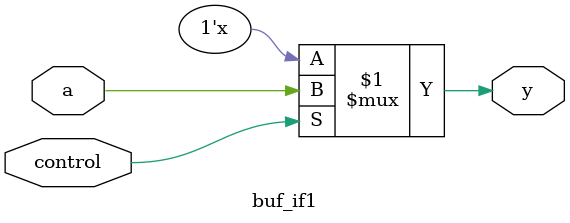
<source format=v>
module buf_if1 (input a,control,output y);
bufif1 (y,a,control);
endmodule

</source>
